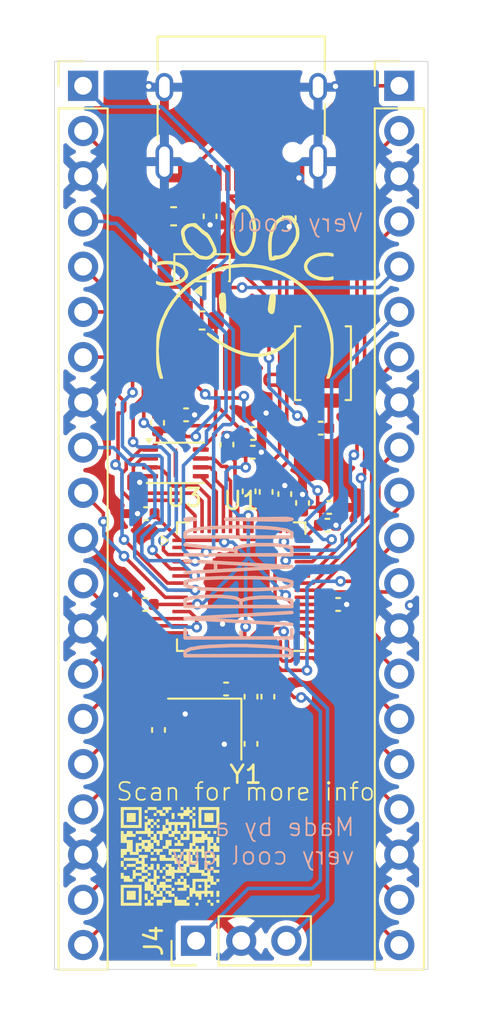
<source format=kicad_pcb>
(kicad_pcb (version 20241229) (generator "pcbnew") (generator_version "9.0")
  (layers (0 "F.Cu" signal) (2 "B.Cu" signal) (13 "F.Paste" user) (15 "B.Paste" user) (5 "F.SilkS" user "F.Silkscreen") (7 "B.SilkS" user "B.Silkscreen") (1 "F.Mask" user) (3 "B.Mask" user) (25 "Edge.Cuts" user))
  (net 0 "")
  (net 1 "GND")
  (net 2 "+3V3")
  (net 3 "+1V1")
  (net 4 "VBUS")
  (net 5 "Net-(C15-Pad2)")
  (net 6 "XIN")
  (net 7 "Net-(J1-CC2)")
  (net 8 "USBD+")
  (net 9 "Net-(J1-CC1)")
  (net 10 "USBD-")
  (net 11 "GPIO0")
  (net 12 "GPIO2")
  (net 13 "GPIO10")
  (net 14 "GPIO14")
  (net 15 "GPIO8")
  (net 16 "GPIO11")
  (net 17 "GPIO6")
  (net 18 "GPIO3")
  (net 19 "GPIO9")
  (net 20 "GPIO7")
  (net 21 "GPIO13")
  (net 22 "GPIO12")
  (net 23 "GPIO4")
  (net 24 "GPIO5")
  (net 25 "GPIO15")
  (net 26 "GPIO1")
  (net 27 "GPIO23")
  (net 28 "GPIO16")
  (net 29 "GPIO20")
  (net 30 "GPIO24")
  (net 31 "GPIO29_ADC3")
  (net 32 "GPIO21")
  (net 33 "GPIO26_ADC0")
  (net 34 "GPIO22")
  (net 35 "GPIO17")
  (net 36 "RUN")
  (net 37 "GPIO18")
  (net 38 "GPIO19")
  (net 39 "GPIO28_ADC2")
  (net 40 "GPIO27_ADC1")
  (net 41 "SWCLK")
  (net 42 "SWD")
  (net 43 "Net-(U1-USB_DP)")
  (net 44 "Net-(U1-USB_DM)")
  (net 45 "XOUT")
  (net 46 "Net-(R6-Pad1)")
  (net 47 "QSPI_SS")
  (net 48 "QSPI_SD2")
  (net 49 "QSPI_SCLK")
  (net 50 "QSPI_SD1")
  (net 51 "QSPI_SD3")
  (net 53 "QSPI_SD0")
  (footprint "Capacitor_SMD:C_0402_1005Metric" (layer "F.Cu") (at 139 81 -90)
    (property "Reference" "R7" (hide yes))
    (property "Value" "10K")
  )
  (footprint "Capacitor_SMD:C_0402_1005Metric" (layer "F.Cu") (at 146.15 85 90)
    (property "Reference" "C12" (hide yes))
    (property "Value" "0.1uF")
  )
  (footprint "Package_SON:Winbond_USON-8-1EP_3x2mm_P0.5mm_EP0.2x1.6mm" (layer "F.Cu") (at 140 83.25)
    (property "Reference" "U3")
    (property "Value" "W25Q16JVZPIQ TR")
  )
  (footprint "Capacitor_SMD:C_0402_1005Metric" (layer "F.Cu") (at 144.35 82.65)
    (property "Reference" "C8" (hide yes))
    (property "Value" "0.1uF")
  )
  (footprint "Capacitor_SMD:C_0402_1005Metric" (layer "F.Cu") (at 138.3 91.2 180)
    (property "Reference" "C3" (hide yes))
    (property "Value" "0.1uF")
  )
  (footprint "Capacitor_SMD:C_0402_1005Metric" (layer "F.Cu") (at 140.6 80.55)
    (property "Reference" "C17" (hide yes))
    (property "Value" "0.1uF")
  )
  (footprint "Capacitor_SMD:C_0402_1005Metric" (layer "F.Cu") (at 148.17 81.3 180)
    (property "Reference" "R6" (hide yes))
    (property "Value" "1K")
  )
  (footprint "Capacitor_SMD:C_0402_1005Metric" (layer "F.Cu") (at 148.55 86.75)
    (property "Reference" "C6" (hide yes))
    (property "Value" "0.1uF")
  )
  (footprint "Package_DFN_QFN:QFN-56-1EP_7x7mm_P0.4mm_EP3.2x3.2mm" (layer "F.Cu") (at 143.7 90.2)
    (property "Reference" "U1")
    (property "Value" "RP2040")
  )
  (footprint "Capacitor_SMD:C_0603_1608Metric" (layer "F.Cu") (at 139.9 69.4 180)
    (property "Reference" "C13" (hide yes))
    (property "Value" "10uF")
  )
  (footprint "Capacitor_SMD:C_0402_1005Metric" (layer "F.Cu") (at 146.4 69.5 -90)
    (property "Reference" "R1" (hide yes))
    (property "Value" "5.1K")
  )
  (footprint "Crystal:Crystal_SMD_3225-4Pin_3.2x2.5mm" (layer "F.Cu") (at 141.65 98.2 180)
    (property "Reference" "Y1")
    (property "Value" "12 MHz")
  )
  (footprint "LOGO" (layer "F.Cu") (at 139.7 105.35)
    (property "Reference" "G***" (hide yes))
    (property "Value" "LOGO" (hide yes))
  )
  (footprint "Connector_PinHeader_2.54mm:PinHeader_1x20_P2.54mm_Vertical" (layer "F.Cu") (at 152.59 62.07)
    (property "Reference" "J3" (hide yes))
    (property "Value" "Conn_01x20")
  )
  (footprint "Capacitor_SMD:C_0402_1005Metric" (layer "F.Cu") (at 148.65 85.75)
    (property "Reference" "C1" (hide yes))
    (property "Value" "0.1uF")
  )
  (footprint "Capacitor_SMD:C_0402_1005Metric" (layer "F.Cu") (at 141.95 69.4 -90)
    (property "Reference" "R2" (hide yes))
    (property "Value" "5.1K")
  )
  (footprint "LOGO" (layer "F.Cu") (at 143.898656 73.5297)
    (property "Reference" "G***" (hide yes))
    (property "Value" "LOGO" (hide yes))
  )
  (footprint "Capacitor_SMD:C_0402_1005Metric" (layer "F.Cu") (at 138.35 86.1 180)
    (property "Reference" "C4" (hide yes))
    (property "Value" "0.1uF")
  )
  (footprint "Capacitor_SMD:C_0402_1005Metric" (layer "F.Cu") (at 139.05 98.25 -90)
    (property "Reference" "C16" (hide yes))
    (property "Value" "33pF")
  )
  (footprint "Connector_USB:USB_C_Receptacle_HRO_TYPE-C-31-M-12" (layer "F.Cu") (at 143.7 63.2 180)
    (property "Reference" "J1" (hide yes))
    (property "Value" "USB_C_Receptacle_USB2.0_14P")
  )
  (footprint "Capacitor_SMD:C_0402_1005Metric" (layer "F.Cu") (at 144.25 96.38 -90)
    (property "Reference" "C2" (hide yes))
    (property "Value" "1uF")
  )
  (footprint "Connector_PinHeader_2.54mm:PinHeader_1x20_P2.54mm_Vertical" (layer "F.Cu") (at 134.81 62.07)
    (property "Reference" "J2" (hide yes))
    (property "Value" "Conn_01x20")
  )
  (footprint "Capacitor_SMD:C_0402_1005Metric" (layer "F.Cu") (at 142.9 82.22 90)
    (property "Reference" "C11" (hide yes))
    (property "Value" "0.1uF")
  )
  (footprint "Capacitor_SMD:C_0402_1005Metric" (layer "F.Cu") (at 144.25 99.03 90)
    (property "Reference" "C15" (hide yes))
    (property "Value" "33pF")
  )
  (footprint "Capacitor_SMD:C_0402_1005Metric" (layer "F.Cu") (at 145.1 84.88 -90)
    (property "Reference" "R4" (hide yes))
    (property "Value" "27")
  )
  (footprint "Capacitor_SMD:C_0402_1005Metric" (layer "F.Cu") (at 149.15 91.2)
    (property "Reference" "C9" (hide yes))
    (property "Value" "0.1uF")
  )
  (footprint "Package_TO_SOT_SMD:SOT-23" (layer "F.Cu") (at 141.5 72.2875 90)
    (property "Reference" "U2" (hide yes))
    (property "Value" "MCP1700x-330xxTT")
  )
  (footprint "Capacitor_SMD:C_0402_1005Metric" (layer "F.Cu") (at 145.2 96.38 -90)
    (property "Reference" "C10" (hide yes))
    (property "Value" "1uF")
  )
  (footprint "Capacitor_SMD:C_0402_1005Metric" (layer "F.Cu") (at 147.15 85.5 90)
    (property "Reference" "C5" (hide yes))
    (property "Value" "0.1uF")
  )
  (footprint "Capacitor_SMD:C_0603_1608Metric" (layer "F.Cu") (at 141.5 75.25 180)
    (property "Reference" "C14" (hide yes))
    (property "Value" "10uF")
  )
  (footprint "Button_Switch_SMD:SW_Push_SPST_NO_Alps_SKRK" (layer "F.Cu") (at 148.3 77.65 -90)
    (property "Reference" "SW1" (hide yes))
    (property "Value" "SW_Push")
  )
  (footprint "Capacitor_SMD:C_0402_1005Metric" (layer "F.Cu") (at 144.37 81.6)
    (property "Reference" "C7" (hide yes))
    (property "Value" "0.1uF")
  )
  (footprint "Connector_PinHeader_2.54mm:PinHeader_1x03_P2.54mm_Vertical" (layer "F.Cu") (at 141.16 110.09 90)
    (property "Reference" "J4")
    (property "Value" "Conn_01x03")
  )
  (footprint "Capacitor_SMD:C_0402_1005Metric" (layer "F.Cu") (at 142.85 95.95 180)
    (property "Reference" "R5" (hide yes))
    (property "Value" "1K")
  )
  (footprint "Capacitor_SMD:C_0402_1005Metric" (layer "F.Cu") (at 144.144363 84.845652 -90)
    (property "Reference" "R3" (hide yes))
    (property "Value" "27")
  )
  (gr_rect (start 133.2 60.7) (end 154.2 111.7) (stroke (width 0.05)) (fill no) (layer "Edge.Cuts"))
  (gr_text "Scan for more info" (at 136.6 102.3 0) (layer "F.SilkS") (effects (font (size 1 1) (thickness 0.1)) (justify left bottom)))
  (gr_text "Made by a\nvery cool guy" (at 150.15 105.9 0) (layer "B.SilkS") (effects (font (size 1 1) (thickness 0.1)) (justify left bottom mirror)))
  (gr_text "Very cool!" (at 150.6 70.35 0) (layer "B.SilkS") (effects (font (size 1 1) (thickness 0.1)) (justify left bottom mirror)))
  (gr_text "DEVBOARD!" (at 139.8 94.45 270) (layer "B.SilkS") (effects (font (size 6 1) (thickness 0.2) (bold yes)) (justify left bottom mirror)))
  (segment (start 142.7 92.35) (end 142.65 92.3) (width 0.2) (layer "F.Cu") (net 1))
  (segment (start 142.7 93.6375) (end 142.7 92.35) (width 0.2) (layer "F.Cu") (net 1))
  (segment (start 138.575 84) (end 138.334453 84) (width 0.2) (layer "F.Cu") (net 1))
  (segment (start 138.334453 84) (end 137.992268 84.342185) (width 0.2) (layer "F.Cu") (net 1))
  (via (at 142.75 99.05) (size 0.6) (drill 0.3) (layers "F.Cu" "B.Cu") (net 1))
  (via (at 145.1 80.45) (size 0.6) (drill 0.3) (layers "F.Cu" "B.Cu") (net 1))
  (via (at 136.65 90.65) (size 0.6) (drill 0.3) (layers "F.Cu" "B.Cu") (net 1))
  (via (at 141.08 80.55) (size 0.6) (drill 0.3) (layers "F.Cu" "B.Cu") (net 1))
  (via (at 138.5 62.1) (size 0.6) (drill 0.3) (layers "F.Cu" "B.Cu") (net 1))
  (via (at 147.15 85.02) (size 0.6) (drill 0.3) (layers "F.Cu" "B.Cu") (net 1))
  (via (at 149 62.1) (size 0.6) (drill 0.3) (layers "F.Cu" "B.Cu") (net 1))
  (via (at 153.2 91.25) (size 0.6) (drill 0.3) (layers "F.Cu" "B.Cu") (net 1))
  (via (at 149.63 91.2) (size 0.6) (drill 0.3) (layers "F.Cu" "B.Cu") (net 1))
  (via (at 146.15 84.52) (size 0.6) (drill 0.3) (layers "F.Cu" "B.Cu") (net 1))
  (via (at 142.65 92.3) (size 0.6) (drill 0.3) (layers "F.Cu" "B.Cu") (net 1))
  (via (at 146.4 69.98) (size 0.6) (drill 0.3) (layers "F.Cu" "B.Cu") (net 1))
  (via (at 144.83 82.65) (size 0.6) (drill 0.3) (layers "F.Cu" "B.Cu") (net 1))
  (via (at 137.87 86.1) (size 0.6) (drill 0.3) (layers "F.Cu" "B.Cu") (net 1))
  (via (at 140.55 97.35) (size 0.6) (drill 0.3) (layers "F.Cu" "B.Cu") (net 1))
  (via (at 137.992268 84.342185) (size 0.6) (drill 0.3) (layers "F.Cu" "B.Cu") (net 1))
  (via (at 146.95 67.245) (size 0.6) (drill 0.3) (layers "F.Cu" "B.Cu") (net 1))
  (via (at 141.95 69.88) (size 0.6) (drill 0.3) (layers "F.Cu" "B.Cu") (net 1))
  (via (at 142.9 81.74) (size 0.6) (drill 0.3) (layers "F.Cu" "B.Cu") (net 1))
  (via (at 149.03 86.75) (size 0.6) (drill 0.3) (layers "F.Cu" "B.Cu") (net 1))
  (segment (start 143.9 95.35) (end 144.25 95.7) (width 0.2) (layer "F.Cu") (net 2))
  (segment (start 143.75 73.4) (end 142.625 73.4) (width 0.2) (layer "F.Cu") (net 2))
  (segment (start 138.78 91.2) (end 140.2625 91.2) (width 0.2) (layer "F.Cu") (net 2))
  (segment (start 143.9 93.6375) (end 143.9 95.35) (width 0.2) (layer "F.Cu") (net 2))
  (segment (start 144.25 95.7) (end 144.25 95.9) (width 0.2) (layer "F.Cu") (net 2))
  (segment (start 142.625 73.4) (end 142.45 73.225) (width 0.2) (layer "F.Cu") (net 2))
  (segment (start 140.797774 91.2) (end 140.2625 91.2) (width 0.2) (layer "F.Cu") (net 2))
  (segment (start 146.203144 90.689086) (end 146.203144 90.800918) (width 0.2) (layer "F.Cu") (net 2))
  (segment (start 143.9 93.102226) (end 143.9 93.6375) (width 0.2) (layer "F.Cu") (net 2))
  (segment (start 148 84.8) (end 148 85.58) (width 0.2) (layer "F.Cu") (net 2))
  (segment (start 141.425 82.5) (end 142.25 81.675) (width 0.2) (layer "F.Cu") (net 2))
  (segment (start 142.45 75.075) (end 142.275 75.25) (width 0.2) (layer "F.Cu") (net 2))
  (segment (start 143.87 82.65) (end 143.87 81.62) (width 0.2) (layer "F.Cu") (net 2))
  (segment (start 140.12 80.55) (end 140.731 81.161) (width 0.2) (layer "F.Cu") (net 2))
  (segment (start 138.83 86.1) (end 138.83 86.1675) (width 0.2) (layer "F.Cu") (net 2))
  (segment (start 143.899 93.101226) (end 143.9 93.102226) (width 0.2) (layer "F.Cu") (net 2))
  (segment (start 148.17 86.65) (end 148.07 86.75) (width 0.2) (layer "F.Cu") (net 2))
  (segment (start 142.139 81.161) (end 142.25 81.05) (width 0.2) (layer "F.Cu") (net 2))
  (segment (start 140.81371 91.184064) (end 140.797774 91.2) (width 0.2) (layer "F.Cu") (net 2))
  (segment (start 143.95 82.73) (end 143.87 82.65) (width 0.2) (layer "F.Cu") (net 2))
  (segment (start 143.899 92.501) (end 143.899 93.101226) (width 0.2) (layer "F.Cu") (net 2))
  (segment (start 142.25 80.1) (end 142.32 80.03) (width 0.2) (layer "F.Cu") (net 2))
  (segment (start 140.2625 87.6) (end 142.65 87.6) (width 0.2) (layer "F.Cu") (net 2))
  (segment (start 139 80.52) (end 140.09 80.52) (width 0.2) (layer "F.Cu") (net 2))
  (segment (start 141.230367 91.184064) (end 140.81371 91.184064) (width 0.2) (layer "F.Cu") (net 2))
  (segment (start 148.17 85.75) (end 147.38 85.75) (width 0.2) (layer "F.Cu") (net 2))
  (segment (start 143.95 83.5) (end 143.95 82.73) (width 0.2) (layer "F.Cu") (net 2))
  (segment (start 138.83 86.1675) (end 140.2625 87.6) (width 0.2) (layer "F.Cu") (net 2))
  (segment (start 142.275 79.6) (end 142.275 79.985) (width 0.2) (layer "F.Cu") (net 2))
  (segment (start 147.0825 85.98) (end 146.3 86.7625) (width 0.2) (layer "F.Cu") (net 2))
  (segment (start 142.45 73.225) (end 142.45 75.075) (width 0.2) (layer "F.Cu") (net 2))
  (segment (start 143.95 92.45) (end 143.899 92.501) (width 0.2) (layer "F.Cu") (net 2))
  (segment (start 144.3 86.7625) (end 144.3 86.405233) (width 0.2) (layer "F.Cu") (net 2))
  (segment (start 142.275 79.6) (end 143.75 79.6) (width 0.2) (layer "F.Cu") (net 2))
  (segment (start 146.3 86.7625) (end 145.9 86.7625) (width 0.2) (layer "F.Cu") (net 2))
  (segment (start 142.275 79.985) (end 142.32 80.03) (width 0.2) (layer "F.Cu") (net 2))
  (segment (start 144.3 86.405233) (end 144.1 86.205233) (width 0.2) (layer "F.Cu") (net 2))
  (segment (start 142.25 81.05) (end 142.25 80.1) (width 0.2) (layer "F.Cu") (net 2))
  (segment (start 148.07 86.75) (end 147.9875 86.75) (width 0.2) (layer "F.Cu") (net 2))
  (segment (start 142.65 87.6) (end 142.75 87.7) (width 0.2) (layer "F.Cu") (net 2))
  (segment (start 143.9 86.405233) (end 144.1 86.205233) (width 0.2) (layer "F.Cu") (net 2))
  (segment (start 146.602226 91.2) (end 147.1375 91.2) (width 0.2) (layer "F.Cu") (net 2))
  (segment (start 148.17 85.75) (end 148.17 86.65) (width 0.2) (layer "F.Cu") (net 2))
  (segment (start 147.9875 86.75) (end 147.1375 87.6) (width 0.2) (layer "F.Cu") (net 2))
  (segment (start 142.275 75.25) (end 142.275 79.6) (width 0.2) (layer "F.Cu") (net 2))
  (segment (start 140.731 81.161) (end 142.139 81.161) (width 0.2) (layer "F.Cu") (net 2))
  (segment (start 143.9 86.7625) (end 143.9 86.405233) (width 0.2) (layer "F.Cu") (net 2))
  (segment (start 146.203144 90.800918) (end 146.602226 91.2) (width 0.2) (layer "F.Cu") (net 2))
  (segment (start 147.38 85.75) (end 147.15 85.98) (width 0.2) (layer "F.Cu") (net 2))
  (segment (start 142.25 81.675) (end 142.25 81.05) (width 0.2) (layer "F.Cu") (net 2))
  (segment (start 142.32 80.03) (end 143.89 81.6) (width 0.2) (layer "F.Cu") (net 2))
  (segment (start 148 85.58) (end 148.17 85.75) (width 0.2) (layer "F.Cu") (net 2))
  (segment (start 143.87 81.62) (end 143.89 81.6) (width 0.2) (layer "F.Cu") (net 2))
  (segment (start 148.67 91.2) (end 147.1375 91.2) (width 0.2) (layer "F.Cu") (net 2))
  (segment (start 143.75 79.6) (end 143.85 79.5) (width 0.2) (layer "F.Cu") (net 2))
  (segment (start 138.83 85.95) (end 138.83 86.1675) (width 0.2) (layer "F.Cu") (net 2))
  (segment (start 147.15 85.98) (end 147.0825 85.98) (width 0.2) (layer "F.Cu") (net 2))
  (segment (start 140.09 80.52) (end 140.12 80.55) (width 0.2) (layer "F.Cu") (net 2))
  (via (at 143.75 73.4) (size 0.6) (drill 0.3) (layers "F.Cu" "B.Cu") (net 2))
  (via (at 143.85 79.5) (size 0.6) (drill 0.3) (layers "F.Cu" "B.Cu") (net 2))
  (via (at 143.95 83.5) (size 0.6) (drill 0.3) (layers "F.Cu" "B.Cu") (net 2))
  (via (at 146.203144 90.689086) (size 0.6) (drill 0.3) (layers "F.Cu" "B.Cu") (net 2))
  (via (at 143.95 92.45) (size 0.6) (drill 0.3) (layers "F.Cu" "B.Cu") (net 2))
  (via (at 144.1 86.205233) (size 0.6) (drill 0.3) (layers "F.Cu" "B.Cu") (net 2))
  (via (at 141.230367 91.184064) (size 0.6) (drill 0.3) (layers "F.Cu" "B.Cu") (net 2))
  (via (at 142.75 87.7) (size 0.6) (drill 0.3) (layers "F.Cu" "B.Cu") (net 2))
  (via (at 148 84.8) (size 0.6) (drill 0.3) (layers "F.Cu" "B.Cu") (net 2))
  (segment (start 143.95 88.735942) (end 143.95 92.45) (width 0.2) (layer "B.Cu") (net 2))
  (segment (start 143.85 79.5) (end 143.85 80.7) (width 0.2) (layer "B.Cu") (net 2))
  (segment (start 142.85 85.5) (end 142.85 83.75) (width 0.2) (layer "B.Cu") (net 2))
  (segment (start 147.95 84.8) (end 148 84.8) (width 0.2) (layer "B.Cu") (net 2))
  (segment (start 151.42 73.4) (end 143.75 73.4) (width 0.2) (layer "B.Cu") (net 2))
  (segment (start 142.75 87.7) (end 143.214058 87.7) (width 0.2) (layer "B.Cu") (net 2))
  (segment (start 152.59 72.23) (end 151.42 73.4) (width 0.2) (layer "B.Cu") (net 2))
  (segment (start 144.1 88.585942) (end 143.95 88.735942) (width 0.2) (layer "B.Cu") (net 2))
  (segment (start 143.555233 86.205233) (end 142.85 85.5) (width 0.2) (layer "B.Cu") (net 2))
  (segment (start 144.1 86.205233) (end 144.1 88.585942) (width 0.2) (layer "B.Cu") (net 2))
  (segment (start 144.1 86.205233) (end 143.555233 86.205233) (width 0.2) (layer "B.Cu") (net 2))
  (segment (start 142.85 83.75) (end 143.1 83.5) (width 0.2) (layer "B.Cu") (net 2))
  (segment (start 143.95 83.5) (end 143.95 83.6) (width 0.2) (layer "B.Cu") (net 2))
  (segment (start 143.214058 87.7) (end 144.1 88.585942) (width 0.2) (layer "B.Cu") (net 2))
  (segment (start 141.501878 91.184064) (end 141.230367 91.184064) (width 0.2) (layer "B.Cu") (net 2))
  (segment (start 143.1 83.5) (end 143.95 83.5) (width 0.2) (layer "B.Cu") (net 2))
  (segment (start 144.1 88.585942) (end 141.501878 91.184064) (width 0.2) (layer "B.Cu") (net 2))
  (segment (start 143.85 80.7) (end 147.95 84.8) (width 0.2) (layer "B.Cu") (net 2))
  (segment (start 144.1 88.585942) (end 146.203144 90.689086) (width 0.2) (layer "B.Cu") (net 2))
  (segment (start 144.3 93.6375) (end 144.3 95) (width 0.2) (layer "F.Cu") (net 3))
  (segment (start 145.199 92.101) (end 145.449 92.101) (width 0.2) (layer "F.Cu") (net 3))
  (segment (start 146.12 85.48) (end 145.5 86.1) (width 0.2) (layer "F.Cu") (net 3))
  (segment (start 145.6 88.327632) (end 145.247774 87.975406) (width 0.2) (layer "F.Cu") (net 3))
  (segment (start 144.3 93) (end 145.199 92.101) (width 0.2) (layer "F.Cu") (net 3))
  (segment (start 145.247774 87.55) (end 145.5 87.297774) (width 0.2) (layer "F.Cu") (net 3))
  (segment (start 145.5 87.297774) (end 145.5 86.7625) (width 0.2) (layer "F.Cu") (net 3))
  (segment (start 144.3 93.6375) (end 144.3 93) (width 0.2) (layer "F.Cu") (net 3))
  (segment (start 145.6 91.95) (end 145.6 88.327632) (width 0.2) (layer "F.Cu") (net 3))
  (segment (start 144.3 95) (end 145.2 95.9) (width 0.2) (layer "F.Cu") (net 3))
  (segment (start 146.15 85.48) (end 146.12 85.48) (width 0.2) (layer "F.Cu") (net 3))
  (segment (start 143.5 84.1) (end 143.349 83.949) (width 0.2) (layer "F.Cu") (net 3))
  (segment (start 143.5 86.7625) (end 143.5 84.1) (width 0.2) (layer "F.Cu") (net 3))
  (segment (start 145.247774 87.975406) (end 145.247774 87.55) (width 0.2) (layer "F.Cu") (net 3))
  (segment (start 143.75 87.55) (end 145.247774 87.55) (width 0.2) (layer "F.Cu") (net 3))
  (segment (start 145.5 86.1) (end 145.5 86.7625) (width 0.2) (layer "F.Cu") (net 3))
  (segment (start 143.349 83.149) (end 142.9 82.7) (width 0.2) (layer "F.Cu") (net 3))
  (segment (start 143.5 87.3) (end 143.75 87.55) (width 0.2) (layer "F.Cu") (net 3))
  (segment (start 143.5 86.7625) (end 143.5 87.3) (width 0.2) (layer "F.Cu") (net 3))
  (segment (start 143.349 83.949) (end 143.349 83.149) (width 0.2) (layer "F.Cu") (net 3))
  (segment (start 145.449 92.101) (end 145.6 91.95) (width 0.2) (layer "F.Cu") (net 3))
  (segment (start 141.25 66.468) (end 142.594 65.124) (width 0.2) (layer "F.Cu") (net 4))
  (segment (start 145.914 65.519992) (end 145.914 67.009) (width 0.2) (layer "F.Cu") (net 4))
  (segment (start 146.870008 65.124) (end 146.309992 65.124) (width 0.2) (layer "F.Cu") (net 4))
  (segment (start 149.924008 62.07) (end 146.870008 65.124) (width 0.2) (layer "F.Cu") (net 4))
  (segment (start 152.59 62.07) (end 149.924008 62.07) (width 0.2) (layer "F.Cu") (net 4))
  (segment (start 142.594 65.124) (end 146.309992 65.124) (width 0.2) (layer "F.Cu") (net 4))
  (segment (start 145.914 67.009) (end 146.15 67.245) (width 0.2) (layer "F.Cu") (net 4))
  (segment (start 140.675 69.4) (end 141.25 68.825) (width 0.2) (layer "F.Cu") (net 4))
  (segment (start 141.5 71.35) (end 140.675 70.525) (width 0.2) (layer "F.Cu") (net 4))
  (segment (start 140.675 70.525) (end 140.675 69.4) (width 0.2) (layer "F.Cu") (net 4))
  (segment (start 146.309992 65.124) (end 145.914 65.519992) (width 0.2) (layer "F.Cu") (net 4))
  (segment (start 141.25 68.825) (end 141.25 67.245) (width 0.2) (layer "F.Cu") (net 4))
  (segment (start 141.25 67.245) (end 141.25 66.468) (width 0.2) (layer "F.Cu") (net 4))
  (segment (start 143.95 98.55) (end 142.75 97.35) (width 0.2) (layer "F.Cu") (net 5))
  (segment (start 144.25 98.55) (end 143.95 98.55) (width 0.2) (layer "F.Cu") (net 5))
  (segment (start 143.33 95.95) (end 143.33 96.77) (width 0.2) (layer "F.Cu") (net 5))
  (segment (start 143.33 96.77) (end 142.75 97.35) (width 0.2) (layer "F.Cu") (net 5))
  (segment (start 141.562037 98.037963) (end 140.55 99.05) (width 0.2) (layer "F.Cu") (net 6))
  (segment (start 141.562037 95.812037) (end 141.562037 98.037963) (width 0.2) (layer "F.Cu") (net 6))
  (segment (start 143.1 93.6375) (end 143.1 94.274074) (width 0.2) (layer "F.Cu") (net 6))
  (segment (start 143.1 94.274074) (end 141.562037 95.812037) (width 0.2) (layer "F.Cu") (net 6))
  (segment (start 139.05 98.73) (end 140.23 98.73) (width 0.2) (layer "F.Cu") (net 6))
  (segment (start 140.23 98.73) (end 140.55 99.05) (width 0.2) (layer "F.Cu") (net 6))
  (segment (start 141.95 68.92) (end 141.95 67.245) (width 0.2) (layer "F.Cu") (net 7))
  (segment (start 144.79855 83.819) (end 144.667836 83.819) (width 0.2) (layer "F.Cu") (net 8))
  (segment (start 145.861 74.327895) (end 145.861 71.133) (width 0.2) (layer "F.Cu") (net 8))
  (segment (start 145.861 80.315765) (end 145.861 82.75655) (width 0.2) (layer "F.Cu") (net 8))
  (segment (start 144.667836 83.819) (end 144.095065 84.391771) (width 0.2) (layer "F.Cu") (net 8))
  (segment (start 145.861 71.133) (end 142.95 68.222) (width 0.2) (layer "F.Cu") (net 8))
  (segment (start 145.861 78.041369) (end 145.861 77.921369) (width 0.2) (layer "F.Cu") (net 8))
  (segment (start 142.999 68.271) (end 143.829 68.271) (width 0.2) (layer "F.Cu") (net 8))
  (segment (start 143.829 68.271) (end 143.95 68.15) (width 0.2) (layer "F.Cu") (net 8))
  (segment (start 145.861 79.121369) (end 145.861 80.163591) (width 0.2) (layer "F.Cu") (net 8))
  (segment (start 145.621 78.881369) (end 145.283716 78.881369) (width 0.2) (layer "F.Cu") (net 8))
  (segment (start 145.861 82.75655) (end 144.79855 83.819) (width 0.2) (layer "F.Cu") (net 8))
  (segment (start 142.95 68.222) (end 142.95 67.245) (width 0.2) (layer "F.Cu") (net 8))
  (segment (start 145.861 77.921369) (end 145.861 74.327895) (width 0.2) (layer "F.Cu") (net 8))
  (segment (start 145.283716 78.281369) (end 145.621 78.281369) (width 0.2) (layer "F.Cu") (net 8))
  (segment (start 142.95 68.222) (end 142.999 68.271) (width 0.2) (layer "F.Cu") (net 8))
  (segment (start 145.043716 78.641369) (end 145.043716 78.521369) (width 0.2) (layer "F.Cu") (net 8))
  (segment (start 143.95 68.15) (end 143.95 67.245) (width 0.2) (layer "F.Cu") (net 8))
  (segment (start 145.861 80.163591) (end 145.861 80.315765) (width 0.2) (layer "F.Cu") (net 8))
  (arc (start 145.283716 78.881369) (mid 145.11401 78.811075) (end 145.043716 78.641369) (width 0.2) (layer "F.Cu") (net 8))
  (arc (start 145.043716 78.521369) (mid 145.11401 78.351663) (end 145.283716 78.281369) (width 0.2) (layer "F.Cu") (net 8))
  (arc (start 145.861 79.121369) (mid 145.790706 78.951663) (end 145.621 78.881369) (width 0.2) (layer "F.Cu") (net 8))
  (arc (start 145.621 78.281369) (mid 145.790706 78.211075) (end 145.861 78.041369) (width 0.2) (layer "F.Cu") (net 8))
  (segment (start 144.95 68.2) (end 144.95 67.245) (width 0.2) (layer "F.Cu") (net 9))
  (segment (start 146.4 69.02) (end 145.77 69.02) (width 0.2) (layer "F.Cu") (net 9))
  (segment (start 145.77 69.02) (end 144.95 68.2) (width 0.2) (layer "F.Cu") (net 9))
  (segment (start 146.262 75.608691) (end 146.262 75.443836) (width 0.2) (layer "F.Cu") (net 10))
  (segment (start 143.45 66.268) (end 143.499 66.219) (width 0.2) (layer "F.Cu") (net 10))
  (segment (start 144.401 66.219) (end 144.45 66.268) (width 0.2) (layer "F.Cu") (net 10))
  (segment (start 143.45 67.245) (end 143.45 66.268) (width 0.2) (layer "F.Cu") (net 10))
  (segment (start 146.262 75.443836) (end 146.262 70.9669) (width 0.2) (layer "F.Cu") (net 10))
  (segment (start 143.499 66.219) (end 144.401 66.219) (width 0.2) (layer "F.Cu") (net 10))
  (segment (start 144.45 66.268) (end 144.45 67.245) (width 0.2) (layer "F.Cu") (net 10))
  (segment (start 145.1 84.4) (end 146.262 83.238) (width 0.2) (layer "F.Cu") (net 10))
  (segment (start 144.45 69.1549) (end 144.45 67.245) (width 0.2) (layer "F.Cu") (net 10))
  (segment (start 146.262 70.9669) (end 144.45 69.1549) (width 0.2) (layer "F.Cu") (net 10))
  (segment (start 146.262 83.238) (end 146.262 75.608691) (width 0.2) (layer "F.Cu") (net 10))
  (segment (start 141.457956 88) (end 141.72605 88.268094) (width 0.2) (layer "F.Cu") (net 11))
  (segment (start 140.2625 88) (end 141.457956 88) (width 0.2) (layer "F.Cu") (net 11))
  (via (at 141.72605 88.268094) (size 0.6) (drill 0.3) (layers "F.Cu" "B.Cu") (net 11))
  (segment (start 142.149 81.641057) (end 142.690057 81.1) (width 0.2) (layer "B.Cu") (net 11))
  (segment (start 142.149 86.949) (end 142.149 81.641057) (width 0.2) (layer "B.Cu") (net 11))
  (segment (start 142.95 66.983992) (end 139.217008 63.251) (width 0.2) (layer "B.Cu") (net 11))
  (segment (start 142.95 71.7) (end 142.95 66.983992) (width 0.2) (layer "B.Cu") (net 11))
  (segment (start 141.72605 88.268094) (end 141.944146 88.049998) (width 0.2) (layer "B.Cu") (net 11))
  (segment (start 142.690057 81.1) (end 143.1 81.1) (width 0.2) (layer "B.Cu") (net 11))
  (segment (start 143.249 75.799) (end 142.149 74.699) (width 0.2) (layer "B.Cu") (net 11))
  (segment (start 143.249 80.951) (end 143.249 75.799) (width 0.2) (layer "B.Cu") (net 11))
  (segment (start 135.991 63.251) (end 134.81 62.07) (width 0.2) (layer "B.Cu") (net 11))
  (segment (start 139.217008 63.251) (end 135.991 63.251) (width 0.2) (layer "B.Cu") (net 11))
  (segment (start 142.15 88.049998) (end 142.15 86.95) (width 0.2) (layer "B.Cu") (net 11))
  (segment (start 142.15 86.95) (end 142.149 86.949) (width 0.2) (layer "B.Cu") (net 11))
  (segment (start 141.944146 88.049998) (end 142.15 88.049998) (width 0.2) (layer "B.Cu") (net 11))
  (segment (start 142.149 72.501) (end 142.95 71.7) (width 0.2) (layer "B.Cu") (net 11))
  (segment (start 143.1 81.1) (end 143.249 80.951) (width 0.2) (layer "B.Cu") (net 11))
  (segment (start 142.149 74.699) (end 142.149 72.501) (width 0.2) (layer "B.Cu") (net 11))
  (segment (start 141.074144 88.8) (end 141.103554 88.77059) (width 0.2) (layer "F.Cu") (net 12))
  (segment (start 140.2625 88.8) (end 141.074144 88.8) (width 0.2) (layer "F.Cu") (net 12))
  (via (at 141.103554 88.77059) (size 0.6) (drill 0.3) (layers "F.Cu" "B.Cu") (net 12))
  (segment (start 136.19 69.69) (end 134.81 69.69) (width 0.2) (layer "B.Cu") (net 12))
  (segment (start 142.848 75.9651) (end 136.6829 69.8) (width 0.2) (layer "B.Cu") (net 12))
  (segment (start 141.748 82.102) (end 141.748 81.474957) (width 0.2) (layer "B.Cu") (net 12))
  (segment (start 142.848 80.374957) (end 142.848 75.9651) (width 0.2) (layer "B.Cu") (net 12))
  (segment (start 136.6829 69.8) (end 136.3 69.8) (width 0.2) (layer "B.Cu") (net 12))
  (segment (start 141.103554 88.77059) (end 140.45 88.117036) (width 0.2) (layer "B.Cu") (net 12))
  (segment (start 140.45 83.4) (end 141.748 82.102) (width 0.2) (layer "B.Cu") (net 12))
  (segment (start 141.748 81.474957) (end 142.848 80.374957) (width 0.2) (layer "B.Cu") (net 12))
  (segment (start 140.45 88.117036) (end 140.45 83.4) (width 0.2) (layer "B.Cu") (net 12))
  (segment (start 136.3 69.8) (end 136.19 69.69) (width 0.2) (layer "B.Cu") (net 12))
  (segment (start 134.81 95.09) (end 137.5 92.4) (width 0.2) (layer "F.Cu") (net 13))
  (segment (start 137.5 92.4) (end 140.2625 92.4) (width 0.2) (layer "F.Cu") (net 13))
  (segment (start 138.02955 95.77955) (end 140.460324 95.77955) (width 0.2) (layer "F.Cu") (net 14))
  (segment (start 137.164 96.6451) (end 138.02955 95.77955) (width 0.2) (layer "F.Cu") (net 14))
  (segment (start 134.81 107.79) (end 137.164 105.436) (width 0.2) (layer "F.Cu") (net 14))
  (segment (start 137.164 105.436) (end 137.164 96.6451) (width 0.2) (layer "F.Cu") (net 14))
  (segment (start 140.460324 95.77955) (end 141.9 94.339874) (width 0.2) (layer "F.Cu") (net 14))
  (segment (start 141.9 94.339874) (end 141.9 93.6375) (width 0.2) (layer "F.Cu") (net 14))
  (segment (start 140.797774 91.6) (end 140.2625 91.6) (width 0.2) (layer "F.Cu") (net 15))
  (segment (start 141.19949 92.47751) (end 141.19949 92.001716) (width 0.2) (layer "F.Cu") (net 15))
  (segment (start 141.19949 92.001716) (end 140.797774 91.6) (width 0.2) (layer "F.Cu") (net 15))
  (via (at 141.19949 92.47751) (size 0.6) (drill 0.3) (layers "F.Cu" "B.Cu") (net 15))
  (segment (start 139.81751 92.47751) (end 141.19949 92.47751) (width 0.2) (layer "B.Cu") (net 15))
  (segment (start 134.81 87.47) (end 139.81751 92.47751) (width 0.2) (layer "B.Cu") (net 15))
  (segment (start 134.81 97.63) (end 135.961 96.479) (width 0.2) (layer "F.Cu") (net 16))
  (segment (start 135.961 94.5061) (end 137.6671 92.8) (width 0.2) (layer "F.Cu") (net 16))
  (segment (start 135.961 96.479) (end 135.961 94.5061) (width 0.2) (layer "F.Cu") (net 16))
  (segment (start 137.6671 92.8) (end 140.2625 92.8) (width 0.2) (layer "F.Cu") (net 16))
  (segment (start 141.101222 90.394557) (end 140.803217 90.394557) (width 0.2) (layer "F.Cu") (net 17))
  (segment (start 140.803217 90.394557) (end 140.797774 90.4) (width 0.2) (layer "F.Cu") (net 17))
  (segment (start 140.797774 90.4) (end 140.2625 90.4) (width 0.2) (layer "F.Cu") (net 17))
  (via (at 141.101222 90.394557) (size 0.6) (drill 0.3) (layers "F.Cu" "B.Cu") (net 17))
  (segment (start 137.710878 87.252023) (end 138.743857 86.219044) (width 0.2) (layer "B.Cu") (net 17))
  (segment (start 136.523342 82.39) (end 134.81 82.39) (width 0.2) (layer "B.Cu") (net 17))
  (segment (start 139.55327 90.394557) (end 137.804356 88.645644) (width 0.2) (layer "B.Cu") (net 17))
  (segment (start 137.483342 83.35) (end 136.523342 82.39) (width 0.2) (layer "B.Cu") (net 17))
  (segment (start 137.710878 88.552165) (end 137.710878 87.252023) (width 0.2) (layer "B.Cu") (net 17))
  (segment (start 138.847 86.203) (end 138.847 83.947) (width 0.2) (layer "B.Cu") (net 17))
  (segment (start 138.743857 86.219044) (end 138.830956 86.219044) (width 0.2) (layer "B.Cu") (net 17))
  (segment (start 138.847 83.947) (end 138.25 83.35) (width 0.2) (layer "B.Cu") (net 17))
  (segment (start 138.830956 86.219044) (end 138.847 86.203) (width 0.2) (layer "B.Cu") (net 17))
  (segment (start 141.101222 90.394557) (end 139.55327 90.394557) (width 0.2) (layer "B.Cu") (net 17))
  (segment (start 137.804356 88.645644) (end 137.710878 88.552165) (width 0.2) (layer "B.Cu") (net 17))
  (segment (start 138.25 83.35) (end 137.483342 83.35) (width 0.2) (layer "B.Cu") (net 17))
  (segment (start 138.199 79.5339) (end 138.199 75.619) (width 0.2) (layer "F.Cu") (net 18))
  (segment (start 137.6829 80.05) (end 138.199 79.5339) (width 0.2) (layer "F.Cu") (net 18))
  (segment (start 138.712878 88.137122) (end 138.712878 88.185652) (width 0.2) (layer "F.Cu") (net 18))
  (segment (start 137.622 80.05) (end 137.6829 80.05) (width 0.2) (layer "F.Cu") (net 18))
  (segment (start 137.622 82.071615) (end 137.622 80.05) (width 0.2) (layer "F.Cu") (net 18))
  (segment (start 139.727226 89.2) (end 140.2625 89.2) (width 0.2) (layer "F.Cu") (net 18))
  (segment (start 138.199 75.619) (end 134.81 72.23) (width 0.2) (layer "F.Cu") (net 18))
  (segment (start 138.712878 88.185652) (end 139.727226 89.2) (width 0.2) (layer "F.Cu") (net 18))
  (via (at 137.622 82.071615) (size 0.6) (drill 0.3) (layers "F.Cu" "B.Cu") (net 18))
  (via (at 138.712878 88.137122) (size 0.6) (drill 0.3) (layers "F.Cu" "B.Cu") (net 18))
  (segment (start 138.712878 88.137122) (end 138.65 88.074244) (width 0.2) (layer "B.Cu") (net 18))
  (segment (start 139.1839 82.351) (end 137.901385 82.351) (width 0.2) (layer "B.Cu") (net 18))
  (segment (start 137.901385 82.351) (end 137.622 82.071615) (width 0.2) (layer "B.Cu") (net 18))
  (segment (start 139.649 86.730944) (end 139.649 82.8161) (width 0.2) (layer "B.Cu") (net 18))
  (segment (start 138.712878 88.137122) (end 138.712878 87.384223) (width 0.2) (layer "B.Cu") (net 18))
  (segment (start 139.076057 87.021044) (end 139.3589 87.021044) (width 0.2) (layer "B.Cu") (net 18))
  (segment (start 139.3589 87.021044) (end 139.649 86.730944) (width 0.2) (layer "B.Cu") (net 18))
  (segment (start 138.712878 87.384223) (end 139.076057 87.021044) (width 0.2) (layer "B.Cu") (net 18))
  (segment (start 139.649 82.8161) (end 139.1839 82.351) (width 0.2) (layer "B.Cu") (net 18))
  (segment (start 136.8 92) (end 140.2625 92) (width 0.2) (layer "F.Cu") (net 19))
  (segment (start 134.81 90.01) (end 136.8 92) (width 0.2) (layer "F.Cu") (net 19))
  (segment (start 140.2625 90.8) (end 139.425226 90.8) (width 0.2) (layer "F.Cu") (net 20))
  (segment (start 139.425226 90.8) (end 137.110878 88.485652) (width 0.2) (layer "F.Cu") (net 20))
  (segment (start 135.95 86.55) (end 135.95 86.07) (width 0.2) (layer "F.Cu") (net 20))
  (segment (start 135.95 86.07) (end 134.81 84.93) (width 0.2) (layer "F.Cu") (net 20))
  (via (at 137.110878 88.485652) (size 0.6) (drill 0.3) (layers "F.Cu" "B.Cu") (net 20))
  (via (at 135.95 86.55) (size 0.6) (drill 0.3) (layers "F.Cu" "B.Cu") (net 20))
  (segment (start 135.976728 87.351502) (end 135.976728 86.790844) (width 0.2) (layer "B.Cu") (net 20))
  (segment (start 135.976728 86.790844) (end 135.976728 86.576728) (width 0.2) (layer "B.Cu") (net 20))
  (segment (start 135.976728 86.576728) (end 135.95 86.55) (width 0.2) (layer "B.Cu") (net 20))
  (segment (start 137.110878 88.485652) (end 135.976728 87.351502) (width 0.2) (layer "B.Cu") (net 20))
  (segment (start 140.876774 94.796) (end 141.5 94.172774) (width 0.2) (layer "F.Cu") (net 21))
  (segment (start 138.446 94.796) (end 140.876774 94.796) (width 0.2) (layer "F.Cu") (net 21))
  (segment (start 136.763 100.757) (end 136.763 96.479) (width 0.2) (layer "F.Cu") (net 21))
  (segment (start 141.5 94.172774) (end 141.5 93.6375) (width 0.2) (layer "F.Cu") (net 21))
  (segment (start 134.81 102.71) (end 136.763 100.757) (width 0.2) (layer "F.Cu") (net 21))
  (segment (start 136.763 96.479) (end 138.446 94.796) (width 0.2) (layer "F.Cu") (net 21))
  (segment (start 138.9249 93.75) (end 140.9875 93.75) (width 0.2) (layer "F.Cu") (net 22))
  (segment (start 140.9875 93.75) (end 141.1 93.6375) (width 0.2) (layer "F.Cu") (net 22))
  (segment (start 134.81 100.17) (end 136.362 98.618) (width 0.2) (layer "F.Cu") (net 22))
  (segment (start 136.362 98.618) (end 136.362 96.3129) (width 0.2) (layer "F.Cu") (net 22))
  (segment (start 136.362 96.3129) (end 138.9249 93.75) (width 0.2) (layer "F.Cu") (net 22))
  (segment (start 137.591685 75.578785) (end 136.7829 74.77) (width 0.2) (layer "F.Cu") (net 23))
  (segment (start 136.7829 74.77) (end 134.81 74.77) (width 0.2) (layer "F.Cu") (net 23))
  (segment (start 140.855145 89.594855) (end 140.85 89.6) (width 0.2) (layer "F.Cu") (net 23))
  (segment (start 141.079289 89.594855) (end 140.855145 89.594855) (width 0.2) (layer "F.Cu") (net 23))
  (segment (start 137.591685 79.292685) (end 137.591685 75.578785) (width 0.2) (layer "F.Cu") (net 23))
  (segment (start 140.85 89.6) (end 140.2625 89.6) (width 0.2) (layer "F.Cu") (net 23))
  (via (at 137.591685 79.292685) (size 0.6) (drill 0.3) (layers "F.Cu" "B.Cu") (net 23))
  (via (at 141.079289 89.594855) (size 0.6) (drill 0.3) (layers "F.Cu" "B.Cu") (net 23))
  (segment (start 139.248 82.9822) (end 139.1079 82.8421) (width 0.2) (layer "B.Cu") (net 23))
  (segment (start 138.111878 88.386065) (end 138.111878 87.418123) (width 0.2) (layer "B.Cu") (net 23))
  (segment (start 138.909957 86.620044) (end 139.1928 86.620044) (width 0.2) (layer "B.Cu") (net 23))
  (segment (start 137.021 79.86337) (end 137.591685 79.292685) (width 0.2) (layer "B.Cu") (net 23))
  (segment (start 137.542542 82.8421) (end 137.021 82.320558) (width 0.2) (layer "B.Cu") (net 23))
  (segment (start 137.021 79.95) (end 137.021 79.86337) (width 0.2) (layer "B.Cu") (net 23))
  (segment (start 137.021 82.320558) (end 137.021 79.95) (width 0.2) (layer "B.Cu") (net 23))
  (segment (start 139.1079 82.8421) (end 137.542542 82.8421) (width 0.2) (layer "B.Cu") (net 23))
  (segment (start 139.248 86.564844) (end 139.248 82.9822) (width 0.2) (layer "B.Cu") (net 23))
  (segment (start 138.463935 88.738122) (end 138.111878 88.386065) (width 0.2) (layer "B.Cu") (net 23))
  (segment (start 139.1928 86.620044) (end 139.248 86.564844) (width 0.2) (layer "B.Cu") (net 23))
  (segment (start 141.079289 89.594855) (end 140.222556 88.738122) (width 0.2) (layer "B.Cu") (net 23))
  (segment (start 140.222556 88.738122) (end 138.463935 88.738122) (width 0.2) (layer "B.Cu") (net 23))
  (segment (start 138.111878 87.418123) (end 138.909957 86.620044) (width 0.2) (layer "B.Cu") (net 23))
  (segment (start 136.31 77.31) (end 134.81 77.31) (width 0.2) (layer "F.Cu") (net 24))
  (segment (start 136.775 77.775) (end 136.31 77.31) (width 0.2) (layer "F.Cu") (net 24))
  (segment (start 139.552082 90) (end 137.110878 87.558796) (width 0.2) (layer "F.Cu") (net 24))
  (segment (start 137.15 79.825) (end 136.775 79.45) (width 0.2) (layer "F.Cu") (net 24))
  (segment (start 137.15 80.3) (end 137.15 79.825) (width 0.2) (layer "F.Cu") (net 24))
  (segment (start 136.633703 83.348891) (end 136.633703 83.216297) (width 0.2) (layer "F.Cu") (net 24))
  (segment (start 136.633703 83.216297) (end 136.775 83.075) (width 0.2) (layer "F.Cu") (net 24))
  (segment (start 140.2625 90) (end 139.552082 90) (width 0.2) (layer "F.Cu") (net 24))
  (segment (start 136.775 79.45) (end 136.775 77.775) (width 0.2) (layer "F.Cu") (net 24))
  (segment (start 136.775 80.45) (end 137 80.45) (width 0.2) (layer "F.Cu") (net 24))
  (segment (start 137 80.45) (end 137.15 80.3) (width 0.2) (layer "F.Cu") (net 24))
  (segment (start 136.775 83.075) (end 136.775 80.45) (width 0.2) (layer "F.Cu") (net 24))
  (via (at 137.110878 87.558796) (size 0.6) (drill 0.3) (layers "F.Cu" "B.Cu") (net 24))
  (via (at 136.633703 83.348891) (size 0.6) (drill 0.3) (layers "F.Cu" "B.Cu") (net 24))
  (segment (start 137 83.715188) (end 137 87.447918) (width 0.2) (layer "B.Cu") (net 24))
  (segment (start 136.633703 83.348891) (end 137 83.715188) (width 0.2) (layer "B.Cu") (net 24))
  (segment (start 137 87.447918) (end 137.110878 87.558796) (width 0.2) (layer "B.Cu") (net 24))
  (segment (start 137.565 107.575) (end 137.565 96.8112) (width 0.2) (layer "F.Cu") (net 25))
  (segment (start 140.626424 96.18055) (end 142.3 94.506974) (width 0.2) (layer "F.Cu") (net 25))
  (segment (start 137.565 96.8112) (end 138.19565 96.18055) (width 0.2) (layer "F.Cu") (net 25))
  (segment (start 134.81 110.33) (end 137.565 107.575) (width 0.2) (layer "F.Cu") (net 25))
  (segment (start 138.19565 96.18055) (end 140.626424 96.18055) (width 0.2) (layer "F.Cu") (net 25))
  (segment (start 142.3 94.506974) (end 142.3 93.6375) (width 0.2) (layer "F.Cu") (net 25))
  (segment (start 139.325 88.152226) (end 139.572774 88.4) (width 0.2) (layer "F.Cu") (net 26))
  (segment (start 138.222 80.078) (end 138.6 79.7) (width 0.2) (layer "F.Cu") (net 26))
  (segment (start 138.6 71.028) (end 138.222 70.65) (width 0.2) (layer "F.Cu") (net 26))
  (segment (start 139.572774 88.4) (end 140.2625 88.4) (width 0.2) (layer "F.Cu") (net 26))
  (segment (start 138.222 70.65) (end 138.222 68.022) (width 0.2) (layer "F.Cu") (net 26))
  (segment (start 139.325 87.622044) (end 139.325 88.152226) (width 0.2) (layer "F.Cu") (net 26))
  (segment (start 138.222 68.022) (end 134.81 64.61) (width 0.2) (layer "F.Cu") (net 26))
  (segment (start 138.6 79.7) (end 138.6 71.028) (width 0.2) (layer "F.Cu") (net 26))
  (segment (start 138.222 81) (end 138.222 80.078) (width 0.2) (layer "F.Cu") (net 26))
  (via (at 138.222 81) (size 0.6) (drill 0.3) (layers "F.Cu" "B.Cu") (net 26))
  (via (at 139.325 87.622044) (size 0.6) (drill 0.3) (layers "F.Cu" "B.Cu") (net 26))
  (segment (start 139.35 81.95) (end 139.3 81.95) (width 0.2) (layer "B.Cu") (net 26))
  (segment (start 138.222 81) (end 138.35 81) (width 0.2) (layer "B.Cu") (net 26))
  (segment (start 140.05 82.65) (end 139.35 81.95) (width 0.2) (layer "B.Cu") (net 26))
  (segment (start 138.35 81) (end 139.3 81.95) (width 0.2) (layer "B.Cu") (net 26))
  (segment (start 139.325 87.622044) (end 140.05 86.897044) (width 0.2) (layer "B.Cu") (net 26))
  (segment (start 140.05 86.897044) (end 140.05 82.65) (width 0.2) (layer "B.Cu") (net 26))
  (segment (start 139.3 87.597044) (end 139.325 87.622044) (width 0.2) (layer "B.Cu") (net 26))
  (segment (start 152.59 84.93) (end 152.59 85.7429) (width 0.2) (layer "F.Cu") (net 27))
  (segment (start 152.59 85.7429) (end 147.9329 90.4) (width 0.2) (layer "F.Cu") (net 27))
  (segment (start 147.9329 90.4) (end 147.1375 90.4) (width 0.2) (layer "F.Cu") (net 27))
  (segment (start 146.026 94.376) (end 146.496774 94.376) (width 0.2) (layer "F.Cu") (net 28))
  (segment (start 146.671774 94.201) (end 147.7339 94.201) (width 0.2) (layer "F.Cu") (net 28))
  (segment (start 149.4 107.14) (end 152.59 110.33) (width 0.2) (layer "F.Cu") (net 28))
  (segment (start 145.9 94.25) (end 146.026 94.376) (width 0.2) (layer "F.Cu") (net 28))
  (segment (start 146.496774 94.376) (end 146.671774 94.201) (width 0.2) (layer "F.Cu") (net 28))
  (segment (start 147.7339 94.201) (end 149.4 95.8671) (width 0.2) (layer "F.Cu") (net 28))
  (segment (start 149.4 95.8671) (end 149.4 107.14) (width 0.2) (layer "F.Cu") (net 28))
  (segment (start 145.9 93.6375) (end 145.9 94.25) (width 0.2) (layer "F.Cu") (net 28))
  (segment (start 148.45855 92.55855) (end 147.9 92) (width 0.2) (layer "F.Cu") (net 29))
  (segment (start 150.34145 92.55855) (end 148.45855 92.55855) (width 0.2) (layer "F.Cu") (net 29))
  (segment (start 147.9 92) (end 147.1375 92) (width 0.2) (layer "F.Cu") (net 29))
  (segment (start 151.038 93.2551) (end 150.34145 92.55855) (width 0.2) (layer "F.Cu") (net 29))
  (segment (start 152.59 97.63) (end 151.038 96.078) (width 0.2) (layer "F.Cu") (net 29))
  (segment (start 151.038 96.078) (end 151.038 93.2551) (width 0.2) (layer "F.Cu") (net 29))
  (segment (start 151.439 86.311) (end 151.439 83.541) (width 0.2) (layer "F.Cu") (net 30))
  (segment (start 151.439 83.541) (end 152.59 82.39) (width 0.2) (layer "F.Cu") (net 30))
  (segment (start 147.1375 90) (end 147.75 90) (width 0.2) (layer "F.Cu") (net 30))
  (segment (start 147.75 90) (end 151.439 86.311) (width 0.2) (layer "F.Cu") (net 30))
  (segment (start 150.037 82.8) (end 150.211 82.626) (width 0.2) (layer "F.Cu") (net 31))
  (segment (start 146.185797 88) (end 147.1375 88) (width 0.2) (layer "F.Cu") (net 31))
  (segment (start 150.211 66.989) (end 152.59 64.61) (width 0.2) (layer "F.Cu") (net 31))
  (segment (start 150.211 82.626) (end 150.211 66.989) (width 0.2) (layer "F.Cu") (net 31))
  (segment (start 146.102842 87.680531) (end 146.102842 87.917045) (width 0.2) (layer "F.Cu") (net 31))
  (segment (start 146.102842 87.917045) (end 146.185797 88) (width 0.2) (layer "F.Cu") (net 31))
  (via (at 146.102842 87.680531) (size 0.6) (drill 0.3) (layers "F.Cu" "B.Cu") (net 31))
  (via (at 150.037 82.8) (size 0.6) (drill 0.3) (layers "F.Cu" "B.Cu") (net 31))
  (segment (start 146.102842 87.680531) (end 146.102842 87.917045) (width 0.2) (layer "B.Cu") (net 31))
  (segment (start 150.119029 84.630971) (end 149.837 84.348943) (width 0.2) (layer "B.Cu") (net 31))
  (segment (start 149.837 83) (end 150.037 82.8) (width 0.2) (layer "B.Cu") (net 31))
  (segment (start 149.837 84.348943) (end 149.837 83) (width 0.2) (layer "B.Cu") (net 31))
  (segment (start 149.384115 87.302314) (end 149.355872 87.274071) (width 0.2) (layer "B.Cu") (net 31))
  (segment (start 149.355872 87.274071) (end 150.119029 86.510914) (width 0.2) (layer "B.Cu") (net 31))
  (segment (start 150.119029 86.510914) (end 150.119029 84.630971) (width 0.2) (layer "B.Cu") (net 31))
  (segment (start 146.102842 87.917045) (end 146.338054 88.152257) (width 0.2) (layer "B.Cu") (net 31))
  (segment (start 146.338054 88.152257) (end 149.032058 88.152257) (width 0.2) (layer "B.Cu") (net 31))
  (segment (start 149.384115 87.8002) (end 149.384115 87.302314) (width 0.2) (layer "B.Cu") (net 31))
  (segment (start 149.032058 88.152257) (end 149.384115 87.8002) (width 0.2) (layer "B.Cu") (net 31))
  (segment (start 151.439 93.111) (end 151.45 93.1) (width 0.2) (layer "F.Cu") (net 32))
  (segment (start 151.439 93.939) (end 151.439 93.111) (width 0.2) (layer "F.Cu") (net 32))
  (segment (start 150.161 91.811) (end 149.45 91.811) (width 0.2) (layer "F.Cu") (net 32))
  (segment (start 148.35 91.85) (end 149.411 91.85) (width 0.2) (layer "F.Cu") (net 32))
  (segment (start 147.1375 91.6) (end 148.1 91.6) (width 0.2) (layer "F.Cu") (net 32))
  (segment (start 148.1 91.6) (end 148.35 91.85) (width 0.2) (layer "F.Cu") (net 32))
  (segment (start 152.59 95.09) (end 151.439 93.939) (width 0.2) (layer "F.Cu") (net 32))
  (segment (start 151.45 93.1) (end 150.161 91.811) (width 0.2) (layer "F.Cu") (net 32))
  (segment (start 149.411 91.85) (end 149.45 91.811) (width 0.2) (layer "F.Cu") (net 32))
  (segment (start 147.1375 89.2) (end 147.9829 89.2) (width 0.2) (layer "F.Cu") (net 33))
  (segment (start 151.038 78.862) (end 152.59 77.31) (width 0.2) (layer "F.Cu") (net 33))
  (segment (start 147.9829 89.2) (end 151.038 86.1449) (width 0.2) (layer "F.Cu") (net 33))
  (segment (start 151.038 86.1449) (end 151.038 78.862) (width 0.2) (layer "F.Cu") (net 33))
  (segment (start 148.1 90.8) (end 148.4 90.5) (width 0.2) (layer "F.Cu") (net 34))
  (segment (start 148.4 90.5) (end 152.1 90.5) (width 0.2) (layer "F.Cu") (net 34))
  (segment (start 147.1375 90.8) (end 148.1 90.8) (width 0.2) (layer "F.Cu") (net 34))
  (segment (start 152.1 90.5) (end 152.59 90.01) (width 0.2) (layer "F.Cu") (net 34))
  (segment (start 147.9 93.8) (end 146.4625 93.8) (width 0.2) (layer "F.Cu") (net 35))
  (segment (start 149.835 95.735) (end 147.9 93.8) (width 0.2) (layer "F.Cu") (net 35))
  (segment (start 152.59 107.79) (end 149.835 105.035) (width 0.2) (layer "F.Cu") (net 35))
  (segment (start 146.4625 93.8) (end 146.3 93.6375) (width 0.2) (layer "F.Cu") (net 35))
  (segment (start 149.835 105.035) (end 149.835 95.735) (width 0.2) (layer "F.Cu") (net 35))
  (segment (start 147.399265 94.900735) (end 147.31753 94.819) (width 0.2) (layer "F.Cu") (net 36))
  (segment (start 152.59 87.47) (end 150.16 89.9) (width 0.2) (layer "F.Cu") (net 36))
  (segment (start 145.983635 94.900735) (end 145.5 94.4171) (width 0.2) (layer "F.Cu") (net 36))
  (segment (start 145.5 94.4171) (end 145.5 93.6375) (width 0.2) (layer "F.Cu") (net 36))
  (segment (start 150.16 89.9) (end 149.281428 89.9) (width 0.2) (layer "F.Cu") (net 36))
  (segment (start 147.399265 94.900735) (end 145.983635 94.900735) (width 0.2) (layer "F.Cu") (net 36))
  (via (at 147.399265 94.900735) (size 0.6) (drill 0.3) (layers "F.Cu" "B.Cu") (net 36))
  (via (at 149.281428 89.9) (size 0.6) (drill 0.3) (layers "F.Cu" "B.Cu") (net 36))
  (segment (start 147.399265 90.250735) (end 147.399265 94.900735) (width 0.2) (layer "B.Cu") (net 36))
  (segment (start 149.281428 89.9) (end 147.75 89.9) (width 0.2) (layer "B.Cu") (net 36))
  (segment (start 147.75 89.9) (end 147.399265 90.250735) (width 0.2) (layer "B.Cu") (net 36))
  (segment (start 147.69805 93.36055) (end 150.00925 93.36055) (width 0.2) (layer "F.Cu") (net 37))
  (segment (start 147.1375 92.8) (end 147.69805 93.36055) (width 0.2) (layer "F.Cu") (net 37))
  (segment (start 150.236 100.356) (end 152.59 102.71) (width 0.2) (layer "F.Cu") (net 37))
  (segment (start 150.00925 93.36055) (end 150.236 93.5873) (width 0.2) (layer "F.Cu") (net 37))
  (segment (start 150.236 93.5873) (end 150.236 100.356) (width 0.2) (layer "F.Cu") (net 37))
  (segment (start 147.1375 92.4) (end 147.7329 92.4) (width 0.2) (layer "F.Cu") (net 38))
  (segment (start 150.17535 92.95955) (end 150.637 93.4212) (width 0.2) (layer "F.Cu") (net 38))
  (segment (start 150.637 93.4212) (end 150.637 98.217) (width 0.2) (layer "F.Cu") (net 38))
  (segment (start 148.29245 92.95955) (end 150.17535 92.95955) (width 0.2) (layer "F.Cu") (net 38))
  (segment (start 150.637 98.217) (end 152.59 100.17) (width 0.2) (layer "F.Cu") (net 38))
  (segment (start 147.7329 92.4) (end 148.29245 92.95955) (width 0.2) (layer "F.Cu") (net 38))
  (segment (start 146.214388 88.736159) (end 146.550547 88.4) (width 0.2) (layer "F.Cu") (net 39))
  (segment (start 146.2 88.736159) (end 146.214388 88.736159) (width 0.2) (layer "F.Cu") (net 39))
  (segment (start 150.637 83.901) (end 150.637 71.643) (width 0.2) (layer "F.Cu") (net 39))
  (segment (start 146.550547 88.4) (end 147.1375 88.4) (width 0.2) (layer "F.Cu") (net 39))
  (segment (start 150.637 71.643) (end 152.59 69.69) (width 0.2) (layer "F.Cu") (net 39))
  (segment (start 150.438 84.1) (end 150.637 83.901) (width 0.2) (layer "F.Cu") (net 39))
  (via (at 150.438 84.1) (size 0.6) (drill 0.3) (layers "F.Cu" "B.Cu") (net 39))
  (via (at 146.2 88.736159) (size 0.6) (drill 0.3) (layers "F.Cu" "B.Cu") (net 39))
  (segment (start 146.382902 88.553257) (end 149.198158 88.553257) (width 0.2) (layer "B.Cu") (net 39))
  (segment (start 146.2 88.736159) (end 146.219174 88.755333) (width 0.2) (layer "B.Cu") (net 39))
  (segment (start 146.2 88.736159) (end 146.382902 88.553257) (width 0.2) (layer "B.Cu") (net 39))
  (segment (start 149.785115 87.411928) (end 150.520029 86.677014) (width 0.2) (layer "B.Cu") (net 39))
  (segment (start 149.785115 87.9663) (end 149.785115 87.411928) (width 0.2) (layer "B.Cu") (net 39))
  (segment (start 150.520029 84.182029) (end 150.438 84.1) (width 0.2) (layer "B.Cu") (net 39))
  (segment (start 149.198158 88.553257) (end 149.785115 87.9663) (width 0.2) (layer "B.Cu") (net 39))
  (segment (start 150.520029 86.677014) (end 150.520029 84.182029) (width 0.2) (layer "B.Cu") (net 39))
  (segment (start 148.783115 87.716885) (end 148.783115 87.551257) (width 0.2) (layer "F.Cu") (net 40))
  (segment (start 147.7 88.8) (end 148.783115 87.716885) (width 0.2) (layer "F.Cu") (net 40))
  (segment (start 147.1375 88.8) (end 147.7 88.8) (width 0.2) (layer "F.Cu") (net 40))
  (via (at 148.783115 87.551257) (size 0.6) (drill 0.3) (layers "F.Cu" "B.Cu") (net 40))
  (segment (start 148.783115 78.576885) (end 152.59 74.77) (width 0.2) (layer "B.Cu") (net 40))
  (segment (start 148.783115 87.551257) (end 148.301257 87.551257) (width 0.2) (layer "B.Cu") (net 40))
  (segment (start 148.783115 85.066885) (end 148.783115 78.576885) (width 0.2) (layer "B.Cu") (net 40))
  (segment (start 148.301257 87.551257) (end 147.3 86.55) (width 0.2) (layer "B.Cu") (net 40))
  (segment (start 147.3 86.55) (end 148.783115 85.066885) (width 0.2) (layer "B.Cu") (net 40))
  (segment (start 144.7 94.45) (end 144.7 93.6375) (width 0.2) (layer "F.Cu") (net 41))
  (segment (start 147.075735 96.424265) (end 146.674265 96.424265) (width 0.2) (layer "F.Cu") (net 41))
  (segment (start 146.674265 96.424265) (end 144.7 94.45) (width 0.2) (layer "F.Cu") (net 41))
  (via (at 147.075735 96.424265) (size 0.6) (drill 0.3) (layers "F.Cu" "B.Cu") (net 41))
  (segment (start 147.7 107.15) (end 144.1 107.15) (width 0.2) (layer "B.Cu") (net 41))
  (segment (start 147.357165 96.424265) (end 147.075735 96.424265) (width 0.2) (layer "B.Cu") (net 41))
  (segment (start 144.1 107.15) (end 141.16 110.09) (width 0.2) (layer "B.Cu") (net 41))
  (segment (start 148.149 97.2161) (end 147.357165 96.424265) (width 0.2) (layer "B.Cu") (net 41))
  (segment (start 148.149 106.701) (end 147.7 107.15) (width 0.2) (layer "B.Cu") (net 41))
  (segment (start 148.149 97.2161) (end 148.149 106.701) (width 0.2) (layer "B.Cu") (net 41))
  (segment (start 145.1 93.102226) (end 145.1 93.6375) (width 0.2) (layer "F.Cu") (net 42))
  (segment (start 145.652226 92.55) (end 145.1 93.102226) (width 0.2) (layer "F.Cu") (net 42))
  (segment (start 145.923271 92.55) (end 145.652226 92.55) (width 0.2) (layer "F.Cu") (net 42))
  (segment (start 146.091208 92.717937) (end 145.923271 92.55) (width 0.2) (layer "F.Cu") (net 42))
  (via (at 146.091208 92.717937) (size 0.6) (drill 0.3) (layers "F.Cu" "B.Cu") (net 42))
  (segment (start 146.091208 92.891208) (end 146.24 93.04) (width 0.2) (layer "B.Cu") (net 42))
  (segment (start 146.24 94.74) (end 148.55 97.05) (width 0.2) (layer "B.Cu") (net 42))
  (segment (start 148.55 107.78) (end 146.24 110.09) (width 0.2) (layer "B.Cu") (net 42))
  (segment (start 146.091208 92.717937) (end 146.091208 92.891208) (width 0.2) (layer "B.Cu") (net 42))
  (segment (start 148.55 97.05) (end 148.55 107.78) (width 0.2) (layer "B.Cu") (net 42))
  (segment (start 146.24 93.04) (end 146.24 94.74) (width 0.2) (layer "B.Cu") (net 42))
  (segment (start 144.7 85.956706) (end 144.095065 85.351771) (width 0.2) (layer "F.Cu") (net 43))
  (segment (start 144.7 86.7625) (end 144.7 85.956706) (width 0.2) (layer "F.Cu") (net 43))
  (segment (start 145.1 85.36) (end 145.1 86.7625) (width 0.2) (layer "F.Cu") (net 44))
  (segment (start 142.37 95.58) (end 142.37 95.95) (width 0.2) (layer "F.Cu") (net 45))
  (segment (start 143.5 93.6375) (end 143.5 94.45) (width 0.2) (layer "F.Cu") (net 45))
  (segment (start 143.5 94.45) (end 142.37 95.58) (width 0.2) (layer "F.Cu") (net 45))
  (segment (start 148.65 81.3) (end 148.65 80.1) (width 0.2) (layer "F.Cu") (net 46))
  (segment (start 148.65 80.1) (end 148.3 79.75) (width 0.2) (layer "F.Cu") (net 46))
  (segment (start 145.261 74.061057) (end 145.261 77.35) (width 0.2) (layer "F.Cu") (net 47))
  (segment (start 146.99 80.6) (end 147.69 81.3) (width 0.2) (layer "F.Cu") (net 47))
  (segment (start 137.234703 83.215297) (end 137.234703 83.597834) (width 0.2) (layer "F.Cu") (net 47))
  (segment (start 140.8 78.519954) (end 140.8 77.652527) (width 0.2) (layer "F.Cu") (net 47))
  (segment (start 139 81.48) (end 139 82.075) (width 0.2) (layer "F.Cu") (net 47))
  (segment (start 137.234703 83.597834) (end 136.991268 83.841269) (width 0.2) (layer "F.Cu") (net 47))
  (segment (start 140.610278 81.770278) (end 140.32 81.48) (width 0.2) (layer "F.Cu") (net 47))
  (segment (start 138.575 82.5) (end 138.042102 82.5) (width 0.2) (layer "F.Cu") (net 47))
  (segment (start 146.862 80.6) (end 146.99 80.6) (width 0.2) (layer "F.Cu") (net 47))
  (segment (start 143.386443 72.1865) (end 145.261 74.061057) (width 0.2) (layer "F.Cu") (net 47))
  (segment (start 141.476 76.976527) (end 141.476 72.819532) (width 0.2) (layer "F.Cu") (net 47))
  (segment (start 136.991268 83.841269) (end 136.991268 84.841268) (width 0.2) (layer "F.Cu") (net 47))
  (segment (start 137.423 83.119102) (end 137.330898 83.119102) (width 0.2) (layer "F.Cu") (net 47))
  (segment (start 140.252 85.352) (end 141.1 86.2) (width 0.2) (layer "F.Cu") (net 47))
  (segment (start 137.502 85.352) (end 140.252 85.352) (width 0.2) (layer "F.Cu") (net 47))
  (segment (start 137.330898 83.119102) (end 137.234703 83.215297) (width 0.2) (layer "F.Cu") (net 47))
  (segment (start 138.042102 82.5) (end 137.423 83.119102) (width 0.2) (layer "F.Cu") (net 47))
  (segment (start 140.32 81.48) (end 139 81.48) (width 0.2) (layer "F.Cu") (net 47))
  (segment (start 139 82.075) (end 138.575 82.5) (width 0.2) (layer "F.Cu") (net 47))
  (segment (start 141.1 86.2) (end 141.1 86.7625) (width 0.2) (layer "F.Cu") (net 47))
  (segment (start 141.476 72.819532) (end 142.109032 72.1865) (width 0.2) (layer "F.Cu") (net 47))
  (segment (start 141.675 79.394954) (end 140.8 78.519954) (width 0.2) (layer "F.Cu") (net 47))
  (segment (start 142.109032 72.1865) (end 143.386443 72.1865) (width 0.2) (layer "F.Cu") (net 47))
  (segment (start 140.8 77.652527) (end 141.476 76.976527) (width 0.2) (layer "F.Cu") (net 47))
  (segment (start 141.148 81.770278) (end 140.610278 81.770278) (width 0.2) (layer "F.Cu") (net 47))
  (segment (start 136.991268 84.841268) (end 137.502 85.352) (width 0.2) (layer "F.Cu") (net 47))
  (via (at 145.261 77.35) (size 0.6) (drill 0.3) (layers "F.Cu" "B.Cu") (net 47))
  (via (at 141.675 79.394954) (size 0.6) (drill 0.3) (layers "F.Cu" "B.Cu") (net 47))
  (via (at 146.862 80.6) (size 0.6) (drill 0.3) (layers "F.Cu" "B.Cu") (net 47))
  (via (at 141.148 81.770278) (size 0.6) (drill 0.3) (layers "F.Cu" "B.Cu") (net 47))
  (segment (start 141.880046 79.6) (end 141.675 79.394954) (width 0.2) (layer "B.Cu") (net 47))
  (segment (start 142.447 80.208857) (end 142.447 79.6) (width 0.2) (layer "B.Cu") (net 47))
  (segment (start 145.261 78.999) (end 146.862 80.6) (width 0.2) (layer "B.Cu") (net 47))
  (segment (start 141.148 81.507857) (end 142.447 80.208857) (width 0.2) (layer "B.Cu") (net 47))
  (segment (start 142.447 79.6) (end 141.880046 79.6) (width 0.2) (layer "B.Cu") (net 47))
  (segment (start 141.148 81.770278) (end 141.148 81.507857) (width 0.2) (layer "B.Cu") (net 47))
  (segment (start 145.261 77.35) (end 145.261 78.999) (width 0.2) (layer "B.Cu") (net 47))
  (segment (start 139.124 83.5) (end 138.575 83.5) (width 0.2) (layer "F.Cu") (net 48))
  (segment (start 141.9 86.7625) (end 141.9 85.2) (width 0.2) (layer "F.Cu") (net 48))
  (segment (start 141.9 85.2) (end 141.25 84.55) (width 0.2) (layer "F.Cu") (net 48))
  (segment (start 141.25 84.55) (end 139.798 84.55) (width 0.2) (layer "F.Cu") (net 48))
  (segment (start 139.599 83.975) (end 139.124 83.5) (width 0.2) (layer "F.Cu") (net 48))
  (segment (start 139.798 84.55) (end 139.599 84.351) (width 0.2) (layer "F.Cu") (net 48))
  (segment (start 139.599 84.351) (end 139.599 83.975) (width 0.2) (layer "F.Cu") (net 48))
  (segment (start 141.425 83.5) (end 141.95 83.5) (width 0.2) (layer "F.Cu") (net 49))
  (segment (start 142.25 84.2) (end 142.7 84.65) (width 0.2) (layer "F.Cu") (net 49))
  (segment (start 142.25 83.8) (end 142.25 84.2) (width 0.2) (layer "F.Cu") (net 49))
  (segment (start 141.95 83.5) (end 142.25 83.8) (width 0.2) (layer "F.Cu") (net 49))
  (segment (start 142.7 84.65) (end 142.7 86.7625) (width 0.2) (layer "F.Cu") (net 49))
  (segment (start 141.499 85.9) (end 141.5 85.901) (width 0.2) (layer "F.Cu") (net 50))
  (segment (start 141.05 84.951) (end 141.499 85.4) (width 0.2) (layer "F.Cu") (net 50))
  (segment (start 138.109202 83) (end 137.635703 83.473499) (width 0.2) (layer "F.Cu") (net 50))
  (segment (start 137.392268 84.007369) (end 137.392268 84.675168) (width 0.2) (layer "F.Cu") (net 50))
  (segment (start 137.635703 83.473499) (end 137.635703 83.763934) (width 0.2) (layer "F.Cu") (net 50))
  (segment (start 137.392268 84.675168) (end 137.6681 84.951) (width 0.2) (layer "F.Cu") (net 50))
  (segment (start 137.635703 83.763934) (end 137.392268 84.007369) (width 0.2) (layer "F.Cu") (net 50))
  (segment (start 137.6681 84.951) (end 141.05 84.951) (width 0.2) (layer "F.Cu") (net 50))
  (segment (start 138.575 83) (end 138.109202 83) (width 0.2) (layer "F.Cu") (net 50))
  (segment (start 141.5 85.901) (end 141.5 86.7625) (width 0.2) (layer "F.Cu") (net 50))
  (segment (start 141.499 85.4) (end 141.499 85.9) (width 0.2) (layer "F.Cu") (net 50))
  (segment (start 142.15 83) (end 142.6 83.45) (width 0.2) (layer "F.Cu") (net 51))
  (segment (start 142.9 83.45) (end 142.9 84.0671) (width 0.2) (layer "F.Cu") (net 51))
  (segment (start 141.425 83) (end 142.15 83) (width 0.2) (layer "F.Cu") (net 51))
  (segment (start 142.9 84.0671) (end 143.1 84.2671) (width 0.2) (layer "F.Cu") (net 51))
  (segment (start 142.6 83.45) (end 142.9 83.45) (width 0.2) (layer "F.Cu") (net 51))
  (segment (start 143.1 84.2671) (end 143.1 86.7625) (width 0.2) (layer "F.Cu") (net 51))
  (segment (start 141.425 84) (end 142.3 84.875) (width 0.2) (layer "F.Cu") (net 53))
  (segment (start 142.3 84.875) (end 142.3 86.7625) (width 0.2) (layer "F.Cu") (net 53))
  (zone (net 1) (net_name "GND") (layers "F.Cu" "B.Cu") (priority 4) (connect_pads (clearance 0.3)) (min_thickness 0.25) (fill yes (thermal_gap 0.5) (thermal_bridge_width 0.5))
    (polygon (pts (xy 154.2 60.7) (xy 133.2 60.7) (xy 133.2 111.7) (xy 154.2 111.7)))
  )
)
</source>
